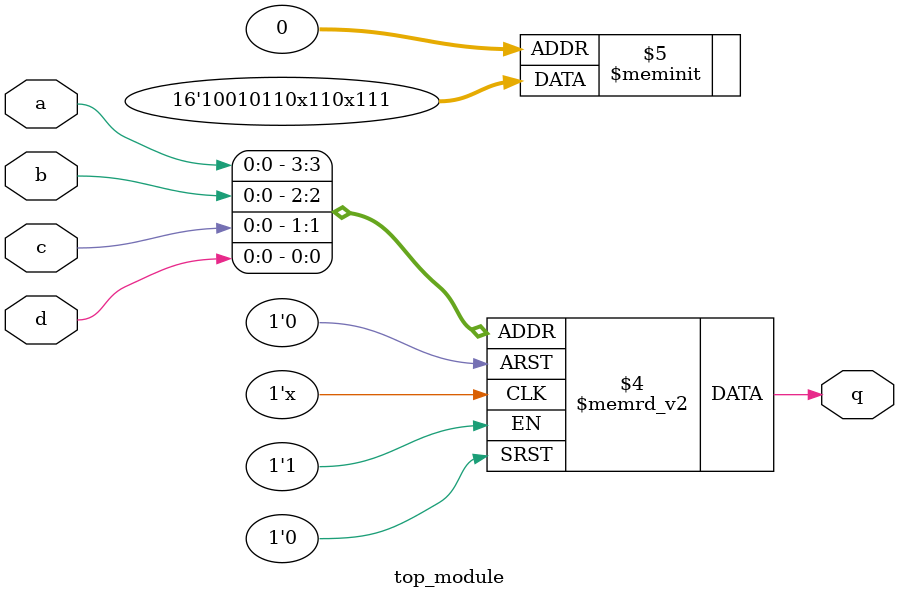
<source format=sv>
module top_module (
    input a, 
    input b, 
    input c, 
    input d,
    output reg q
);

always @* begin
    case ({a, b, c, d})
        4'b0000: q = 1;
        4'b0001: q = 1;
        4'b0010: q = 1;
        4'b1110: q = 0;
        4'b0100: q = 0;
        4'b0101: q = 1;
        4'b0110: q = 1;
        4'b1000: q = 0;
        4'b1001: q = 1;
        4'b1010: q = 1;
        4'b1011: q = 0;
        4'b1100: q = 1;
        4'b1101: q = 0;
        4'b1111: q = 1;
    endcase
end

endmodule

</source>
